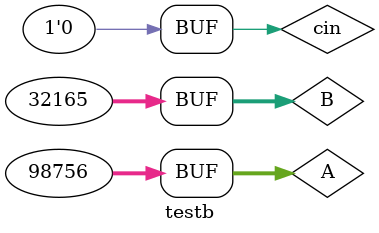
<source format=v>
module testb();
	reg [31:0]A,B;
	reg cin;
	wire [31:0]	S;
	wire cout;
	fa32 f(A,B,cin,S,cout);
	
	initial
	 begin
	#10 A=32'd1798; B=32'd2561 ; cin=1'b0;
	#10 A=32'd2561; B=32'd1798 ; cin=1'b0;
	#10 A=32'd98756; B=32'd32165 ; cin=1'b0;
	end

	initial begin
	$monitor($time, "  %d %d %b %d %b",A,B,cin,S,cout);
	end
endmodule

</source>
